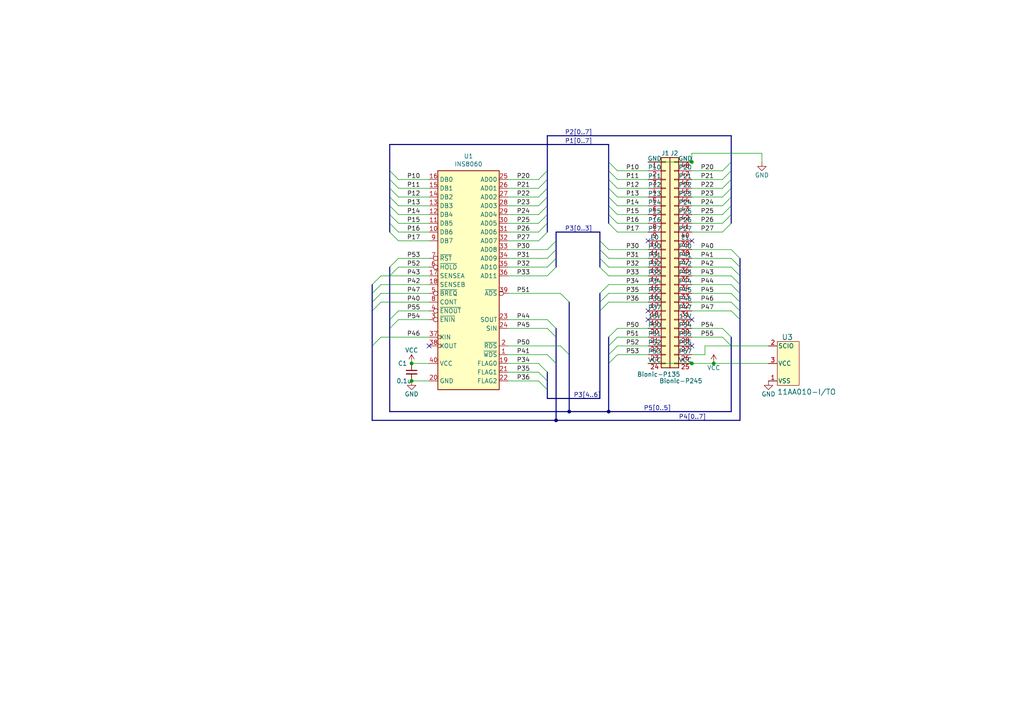
<source format=kicad_sch>
(kicad_sch (version 20230121) (generator eeschema)
  (paper "A4")
  (title_block (title "BionicINS8060") (date "2024-03-08") (rev "4") (company "Tadashi G. Takaoka"))
  (lib_symbols
    (symbol "0-LocalLibrary:11AA010-I_TO" (pin_names (offset 0.254))
      (property "Reference" "U" (at 2.54 1.27 0))
      (property "Value" "11AA010-I/TO" (at 3.81 -13.97 0))
      (symbol "11AA010-I_TO_1_1"
        (rectangle (start 0 0) (end 6.35 -12.7) (fill (type background)))
        (pin power_in line (at -2.54 -11.43 0) (length 2.54) (name "VSS") (number "1"))
        (pin bidirectional line (at -2.54 -1.27 0) (length 2.54) (name "SCIO") (number "2"))
        (pin power_in line (at -2.54 -6.35 0) (length 2.54) (name "VCC") (number "3"))
      )
    )
    (symbol "0-LocalLibrary:Bionic-P135" (pin_names (offset 0))
      (property "Reference" "J" (at 0 30.48 0))
      (property "Value" "Bionic-P135" (at -1.27 -33.02 0))
      (symbol "Bionic-P135_1_1"
        (rectangle (start -1.27 -30.353) (end 0 -30.607) (stroke (width 0.1524)))
        (rectangle (start -1.27 -27.813) (end 0 -28.067) (stroke (width 0.1524)))
        (rectangle (start -1.27 -25.273) (end 0 -25.527) (stroke (width 0.1524)))
        (rectangle (start -1.27 -22.733) (end 0 -22.987) (stroke (width 0.1524)))
        (rectangle (start -1.27 -20.193) (end 0 -20.447) (stroke (width 0.1524)))
        (rectangle (start -1.27 -17.653) (end 0 -17.907) (stroke (width 0.1524)))
        (rectangle (start -1.27 -15.113) (end 0 -15.367) (stroke (width 0.1524)))
        (rectangle (start -1.27 -12.573) (end 0 -12.827) (stroke (width 0.1524)))
        (rectangle (start -1.27 -10.033) (end 0 -10.287) (stroke (width 0.1524)))
        (rectangle (start -1.27 -7.493) (end 0 -7.747) (stroke (width 0.1524)))
        (rectangle (start -1.27 -4.953) (end 0 -5.207) (stroke (width 0.1524)))
        (rectangle (start -1.27 -2.413) (end 0 -2.667) (stroke (width 0.1524)))
        (rectangle (start -1.27 0.127) (end 0 -0.127) (stroke (width 0.1524)))
        (rectangle (start -1.27 2.667) (end 0 2.413) (stroke (width 0.1524)))
        (rectangle (start -1.27 5.207) (end 0 4.953) (stroke (width 0.1524)))
        (rectangle (start -1.27 7.747) (end 0 7.493) (stroke (width 0.1524)))
        (rectangle (start -1.27 10.287) (end 0 10.033) (stroke (width 0.1524)))
        (rectangle (start -1.27 12.827) (end 0 12.573) (stroke (width 0.1524)))
        (rectangle (start -1.27 15.367) (end 0 15.113) (stroke (width 0.1524)))
        (rectangle (start -1.27 17.907) (end 0 17.653) (stroke (width 0.1524)))
        (rectangle (start -1.27 20.447) (end 0 20.193) (stroke (width 0.1524)))
        (rectangle (start -1.27 22.987) (end 0 22.733) (stroke (width 0.1524)))
        (rectangle (start -1.27 25.527) (end 0 25.273) (stroke (width 0.1524)))
        (rectangle (start -1.27 28.067) (end 0 27.813) (stroke (width 0.1524)))
        (rectangle (start -1.27 29.21) (end 1.27 -31.75) (stroke (width 0.254)) (fill (type background)))
        (pin power_out line (at -5.08 27.94 0) (length 3.81) (name "GND") (number "1"))
        (pin bidirectional line (at -5.08 5.08 0) (length 3.81) (name "E0") (number "10"))
        (pin bidirectional line (at -5.08 2.54 0) (length 3.81) (name "P30") (number "11"))
        (pin bidirectional line (at -5.08 0 0) (length 3.81) (name "P31") (number "12"))
        (pin bidirectional line (at -5.08 -2.54 0) (length 3.81) (name "P32") (number "13"))
        (pin bidirectional line (at -5.08 -5.08 0) (length 3.81) (name "P33") (number "14"))
        (pin bidirectional line (at -5.08 -7.62 0) (length 3.81) (name "P34") (number "15"))
        (pin bidirectional line (at -5.08 -10.16 0) (length 3.81) (name "P35") (number "16"))
        (pin bidirectional line (at -5.08 -12.7 0) (length 3.81) (name "P36") (number "17"))
        (pin bidirectional line (at -5.08 -15.24 0) (length 3.81) (name "P37") (number "18"))
        (pin power_out line (at -5.08 -17.78 0) (length 3.81) (name "15V") (number "19"))
        (pin bidirectional line (at -5.08 25.4 0) (length 3.81) (name "P10") (number "2"))
        (pin bidirectional line (at -5.08 -20.32 0) (length 3.81) (name "P50") (number "20"))
        (pin bidirectional line (at -5.08 -22.86 0) (length 3.81) (name "P51") (number "21"))
        (pin bidirectional line (at -5.08 -25.4 0) (length 3.81) (name "P52") (number "22"))
        (pin bidirectional line (at -5.08 -27.94 0) (length 3.81) (name "P53") (number "23"))
        (pin power_out line (at -5.08 -30.48 0) (length 3.81) (name "VCC") (number "24"))
        (pin bidirectional line (at -5.08 22.86 0) (length 3.81) (name "P11") (number "3"))
        (pin bidirectional line (at -5.08 20.32 0) (length 3.81) (name "P12") (number "4"))
        (pin bidirectional line (at -5.08 17.78 0) (length 3.81) (name "P13") (number "5"))
        (pin bidirectional line (at -5.08 15.24 0) (length 3.81) (name "P14") (number "6"))
        (pin bidirectional line (at -5.08 12.7 0) (length 3.81) (name "P15") (number "7"))
        (pin bidirectional line (at -5.08 10.16 0) (length 3.81) (name "P16") (number "8"))
        (pin bidirectional line (at -5.08 7.62 0) (length 3.81) (name "P17") (number "9"))
      )
    )
    (symbol "0-LocalLibrary:Bionic-P245" (pin_names (offset 0))
      (property "Reference" "J" (at -3.81 30.48 0))
      (property "Value" "Bionic-P245" (at -1.27 -33.02 0))
      (symbol "Bionic-P245_1_1"
        (rectangle (start -5.08 -31.75) (end -2.54 29.21) (stroke (width 0.254)) (fill (type background)))
        (rectangle (start -3.81 -30.607) (end -2.54 -30.353) (stroke (width 0.1524)))
        (rectangle (start -3.81 -28.067) (end -2.54 -27.813) (stroke (width 0.1524)))
        (rectangle (start -3.81 -25.527) (end -2.54 -25.273) (stroke (width 0.1524)))
        (rectangle (start -3.81 -22.987) (end -2.54 -22.733) (stroke (width 0.1524)))
        (rectangle (start -3.81 -20.447) (end -2.54 -20.193) (stroke (width 0.1524)))
        (rectangle (start -3.81 -17.907) (end -2.54 -17.653) (stroke (width 0.1524)))
        (rectangle (start -3.81 -15.367) (end -2.54 -15.113) (stroke (width 0.1524)))
        (rectangle (start -3.81 -12.827) (end -2.54 -12.573) (stroke (width 0.1524)))
        (rectangle (start -3.81 -10.287) (end -2.54 -10.033) (stroke (width 0.1524)))
        (rectangle (start -3.81 -7.747) (end -2.54 -7.493) (stroke (width 0.1524)))
        (rectangle (start -3.81 -5.207) (end -2.54 -4.953) (stroke (width 0.1524)))
        (rectangle (start -3.81 -2.667) (end -2.54 -2.413) (stroke (width 0.1524)))
        (rectangle (start -3.81 -0.127) (end -2.54 0.127) (stroke (width 0.1524)))
        (rectangle (start -3.81 2.413) (end -2.54 2.667) (stroke (width 0.1524)))
        (rectangle (start -3.81 4.953) (end -2.54 5.207) (stroke (width 0.1524)))
        (rectangle (start -3.81 7.493) (end -2.54 7.747) (stroke (width 0.1524)))
        (rectangle (start -3.81 10.033) (end -2.54 10.287) (stroke (width 0.1524)))
        (rectangle (start -3.81 12.573) (end -2.54 12.827) (stroke (width 0.1524)))
        (rectangle (start -3.81 15.113) (end -2.54 15.367) (stroke (width 0.1524)))
        (rectangle (start -3.81 17.653) (end -2.54 17.907) (stroke (width 0.1524)))
        (rectangle (start -3.81 20.193) (end -2.54 20.447) (stroke (width 0.1524)))
        (rectangle (start -3.81 22.733) (end -2.54 22.987) (stroke (width 0.1524)))
        (rectangle (start -3.81 25.273) (end -2.54 25.527) (stroke (width 0.1524)))
        (rectangle (start -3.81 27.813) (end -2.54 28.067) (stroke (width 0.1524)))
        (pin power_in line (at 1.27 -30.48 180) (length 3.81) (name "VCC") (number "25"))
        (pin bidirectional line (at 1.27 -27.94 180) (length 3.81) (name "P57") (number "26"))
        (pin bidirectional line (at 1.27 -25.4 180) (length 3.81) (name "P56") (number "27"))
        (pin bidirectional line (at 1.27 -22.86 180) (length 3.81) (name "P55") (number "28"))
        (pin bidirectional line (at 1.27 -20.32 180) (length 3.81) (name "P54") (number "29"))
        (pin power_in line (at 1.27 -17.78 180) (length 3.81) (name "15V") (number "30"))
        (pin bidirectional line (at 1.27 -15.24 180) (length 3.81) (name "P47") (number "31"))
        (pin bidirectional line (at 1.27 -12.7 180) (length 3.81) (name "P46") (number "32"))
        (pin bidirectional line (at 1.27 -10.16 180) (length 3.81) (name "P45") (number "33"))
        (pin bidirectional line (at 1.27 -7.62 180) (length 3.81) (name "P44") (number "34"))
        (pin bidirectional line (at 1.27 -5.08 180) (length 3.81) (name "P43") (number "35"))
        (pin bidirectional line (at 1.27 -2.54 180) (length 3.81) (name "P42") (number "36"))
        (pin bidirectional line (at 1.27 0 180) (length 3.81) (name "P41") (number "37"))
        (pin bidirectional line (at 1.27 2.54 180) (length 3.81) (name "P40") (number "38"))
        (pin bidirectional line (at 1.27 5.08 180) (length 3.81) (name "E1") (number "39"))
        (pin bidirectional line (at 1.27 7.62 180) (length 3.81) (name "P27") (number "40"))
        (pin bidirectional line (at 1.27 10.16 180) (length 3.81) (name "P26") (number "41"))
        (pin bidirectional line (at 1.27 12.7 180) (length 3.81) (name "P25") (number "42"))
        (pin bidirectional line (at 1.27 15.24 180) (length 3.81) (name "P24") (number "43"))
        (pin bidirectional line (at 1.27 17.78 180) (length 3.81) (name "P23") (number "44"))
        (pin bidirectional line (at 1.27 20.32 180) (length 3.81) (name "P22") (number "45"))
        (pin bidirectional line (at 1.27 22.86 180) (length 3.81) (name "P21") (number "46"))
        (pin bidirectional line (at 1.27 25.4 180) (length 3.81) (name "P20") (number "47"))
        (pin power_in line (at 1.27 27.94 180) (length 3.81) (name "GND") (number "48"))
      )
    )
    (symbol "0-LocalLibrary:INS8060"
      (property "Reference" "U" (at -1.27 31.75 0))
      (property "Value" "INS8060" (at 0 -3.81 90))
      (symbol "INS8060_0_1"
        (rectangle (start -8.89 -33.02) (end 8.89 30.48) (stroke (width 0.254)) (fill (type background)))
      )
      (symbol "INS8060_1_1"
        (pin output line (at 11.43 -22.86 180) (length 2.54) (name "~{WDS}") (number "1"))
        (pin bidirectional line (at -11.43 12.7 0) (length 2.54) (name "DB6") (number "10"))
        (pin bidirectional line (at -11.43 15.24 0) (length 2.54) (name "DB5") (number "11"))
        (pin bidirectional line (at -11.43 17.78 0) (length 2.54) (name "DB4") (number "12"))
        (pin bidirectional line (at -11.43 20.32 0) (length 2.54) (name "DB3") (number "13"))
        (pin bidirectional line (at -11.43 22.86 0) (length 2.54) (name "DB2") (number "14"))
        (pin bidirectional line (at -11.43 25.4 0) (length 2.54) (name "DB1") (number "15"))
        (pin bidirectional line (at -11.43 27.94 0) (length 2.54) (name "DB0") (number "16"))
        (pin input line (at -11.43 0 0) (length 2.54) (name "SENSEA") (number "17"))
        (pin input line (at -11.43 -2.54 0) (length 2.54) (name "SENSEB") (number "18"))
        (pin output line (at 11.43 -25.4 180) (length 2.54) (name "FLAG0") (number "19"))
        (pin output line (at 11.43 -20.32 180) (length 2.54) (name "~{RDS}") (number "2"))
        (pin power_in line (at -11.43 -30.48 0) (length 2.54) (name "GND") (number "20"))
        (pin output line (at 11.43 -27.94 180) (length 2.54) (name "FLAG1") (number "21"))
        (pin output line (at 11.43 -30.48 180) (length 2.54) (name "FLAG2") (number "22"))
        (pin output line (at 11.43 -12.7 180) (length 2.54) (name "SOUT") (number "23"))
        (pin input line (at 11.43 -15.24 180) (length 2.54) (name "SIN") (number "24"))
        (pin output line (at 11.43 27.94 180) (length 2.54) (name "AD00") (number "25"))
        (pin output line (at 11.43 25.4 180) (length 2.54) (name "AD01") (number "26"))
        (pin output line (at 11.43 22.86 180) (length 2.54) (name "AD02") (number "27"))
        (pin output line (at 11.43 20.32 180) (length 2.54) (name "AD03") (number "28"))
        (pin output line (at 11.43 17.78 180) (length 2.54) (name "AD04") (number "29"))
        (pin input inverted (at -11.43 -12.7 0) (length 2.54) (name "~{ENIN}") (number "3"))
        (pin output line (at 11.43 15.24 180) (length 2.54) (name "AD05") (number "30"))
        (pin output line (at 11.43 12.7 180) (length 2.54) (name "AD06") (number "31"))
        (pin output line (at 11.43 10.16 180) (length 2.54) (name "AD07") (number "32"))
        (pin output line (at 11.43 7.62 180) (length 2.54) (name "AD08") (number "33"))
        (pin output line (at 11.43 5.08 180) (length 2.54) (name "AD09") (number "34"))
        (pin output line (at 11.43 2.54 180) (length 2.54) (name "AD10") (number "35"))
        (pin output line (at 11.43 0 180) (length 2.54) (name "AD11") (number "36"))
        (pin input clock (at -11.43 -17.78 0) (length 2.54) (name "XIN") (number "37"))
        (pin output clock (at -11.43 -20.32 0) (length 2.54) (name "XOUT") (number "38"))
        (pin output inverted (at 11.43 -5.08 180) (length 2.54) (name "~{ADS}") (number "39"))
        (pin output inverted (at -11.43 -10.16 0) (length 2.54) (name "~{ENOUT}") (number "4"))
        (pin power_in line (at -11.43 -25.4 0) (length 2.54) (name "VCC") (number "40"))
        (pin input inverted (at -11.43 -5.08 0) (length 2.54) (name "~{BREQ}") (number "5"))
        (pin input inverted (at -11.43 2.54 0) (length 2.54) (name "~{HOLD}") (number "6"))
        (pin input inverted (at -11.43 5.08 0) (length 2.54) (name "~{RST}") (number "7"))
        (pin input line (at -11.43 -7.62 0) (length 2.54) (name "CONT") (number "8"))
        (pin bidirectional line (at -11.43 10.16 0) (length 2.54) (name "DB7") (number "9"))
      )
    )
    (symbol "Device:C_Small" (pin_numbers hide) (pin_names (offset 0.254) hide)
      (property "Reference" "C" (at 0.254 1.778 0))
      (property "Value" "C_Small" (at 0.254 -2.032 0))
      (symbol "C_Small_0_1"
        (polyline (pts (xy -1.524 -0.508) (xy 1.524 -0.508)) (stroke (width 0.3302)))
        (polyline (pts (xy -1.524 0.508) (xy 1.524 0.508)) (stroke (width 0.3048)))
      )
      (symbol "C_Small_1_1"
        (pin passive line (at 0 2.54 270) (length 2.032) (name "~") (number "1"))
        (pin passive line (at 0 -2.54 90) (length 2.032) (name "~") (number "2"))
      )
    )
    (symbol "GND_1" (power) (pin_names (offset 0))
      (property "Value" "GND_1" (at 0 -3.81 0))
      (symbol "GND_1_0_1"
        (polyline (pts (xy 0 0) (xy 0 -1.27) (xy 1.27 -1.27) (xy 0 -2.54) (xy -1.27 -1.27) (xy 0 -1.27)))
      )
      (symbol "GND_1_1_1"
        (pin power_in line (at 0 0 270) (length 0) hide (name "GND") (number "1"))
      )
    )
    (symbol "VCC_1" (power) (pin_names (offset 0))
      (property "Value" "VCC_1" (at 0 3.81 0))
      (symbol "VCC_1_0_1"
        (polyline (pts (xy -0.762 1.27) (xy 0 2.54)))
        (polyline (pts (xy 0 0) (xy 0 2.54)))
        (polyline (pts (xy 0 2.54) (xy 0.762 1.27)))
      )
      (symbol "VCC_1_1_1"
        (pin power_in line (at 0 0 90) (length 0) hide (name "VCC") (number "1"))
      )
    )
  )
  (junction (at 176.53 119.38))
  (junction (at 119.38 110.49))
  (junction (at 207.01 105.41))
  (junction (at 119.38 105.41))
  (junction (at 161.29 121.92))
  (junction (at 200.66 46.99))
  (junction (at 200.66 105.41))
  (junction (at 165.1 119.38))
  (no_connect (at 200.66 92.71))
  (no_connect (at 124.46 100.33))
  (no_connect (at 187.96 69.85))
  (no_connect (at 187.96 90.17))
  (no_connect (at 200.66 69.85))
  (no_connect (at 187.96 92.71))
  (no_connect (at 200.66 100.33))
  (bus_entry (at 176.53 100.33) (size 2.54 -2.54))
  (bus_entry (at 179.07 52.07) (size -2.54 -2.54))
  (bus_entry (at 209.55 97.79) (size 2.54 2.54))
  (bus_entry (at 212.09 49.53) (size -2.54 2.54))
  (bus_entry (at 212.09 54.61) (size -2.54 2.54))
  (bus_entry (at 113.03 80.01) (size 2.54 -2.54))
  (bus_entry (at 173.99 69.85) (size 2.54 2.54))
  (bus_entry (at 113.03 59.69) (size 2.54 2.54))
  (bus_entry (at 158.75 62.23) (size -2.54 2.54))
  (bus_entry (at 107.95 85.09) (size 2.54 -2.54))
  (bus_entry (at 179.07 49.53) (size -2.54 -2.54))
  (bus_entry (at 158.75 64.77) (size -2.54 2.54))
  (bus_entry (at 179.07 64.77) (size -2.54 -2.54))
  (bus_entry (at 113.03 62.23) (size 2.54 2.54))
  (bus_entry (at 158.75 49.53) (size -2.54 2.54))
  (bus_entry (at 156.21 105.41) (size 2.54 2.54))
  (bus_entry (at 179.07 54.61) (size -2.54 -2.54))
  (bus_entry (at 212.09 72.39) (size 2.54 2.54))
  (bus_entry (at 173.99 90.17) (size 2.54 -2.54))
  (bus_entry (at 113.03 67.31) (size 2.54 2.54))
  (bus_entry (at 113.03 77.47) (size 2.54 -2.54))
  (bus_entry (at 158.75 52.07) (size -2.54 2.54))
  (bus_entry (at 173.99 77.47) (size 2.54 2.54))
  (bus_entry (at 165.1 102.87) (size -2.54 -2.54))
  (bus_entry (at 212.09 80.01) (size 2.54 2.54))
  (bus_entry (at 173.99 72.39) (size 2.54 2.54))
  (bus_entry (at 173.99 85.09) (size 2.54 -2.54))
  (bus_entry (at 161.29 95.25) (size -2.54 -2.54))
  (bus_entry (at 212.09 82.55) (size 2.54 2.54))
  (bus_entry (at 158.75 57.15) (size -2.54 2.54))
  (bus_entry (at 165.1 87.63) (size -2.54 -2.54))
  (bus_entry (at 110.49 97.79) (size -2.54 2.54))
  (bus_entry (at 161.29 105.41) (size -2.54 -2.54))
  (bus_entry (at 176.53 97.79) (size 2.54 -2.54))
  (bus_entry (at 209.55 95.25) (size 2.54 2.54))
  (bus_entry (at 212.09 52.07) (size -2.54 2.54))
  (bus_entry (at 212.09 59.69) (size -2.54 2.54))
  (bus_entry (at 107.95 82.55) (size 2.54 -2.54))
  (bus_entry (at 113.03 95.25) (size 2.54 -2.54))
  (bus_entry (at 179.07 102.87) (size -2.54 2.54))
  (bus_entry (at 113.03 57.15) (size 2.54 2.54))
  (bus_entry (at 156.21 107.95) (size 2.54 2.54))
  (bus_entry (at 212.09 64.77) (size -2.54 2.54))
  (bus_entry (at 107.95 90.17) (size 2.54 -2.54))
  (bus_entry (at 156.21 110.49) (size 2.54 2.54))
  (bus_entry (at 161.29 69.85) (size -2.54 2.54))
  (bus_entry (at 158.75 54.61) (size -2.54 2.54))
  (bus_entry (at 179.07 57.15) (size -2.54 -2.54))
  (bus_entry (at 179.07 62.23) (size -2.54 -2.54))
  (bus_entry (at 212.09 62.23) (size -2.54 2.54))
  (bus_entry (at 113.03 52.07) (size 2.54 2.54))
  (bus_entry (at 113.03 64.77) (size 2.54 2.54))
  (bus_entry (at 113.03 49.53) (size 2.54 2.54))
  (bus_entry (at 212.09 57.15) (size -2.54 2.54))
  (bus_entry (at 158.75 67.31) (size -2.54 2.54))
  (bus_entry (at 212.09 85.09) (size 2.54 2.54))
  (bus_entry (at 173.99 87.63) (size 2.54 -2.54))
  (bus_entry (at 179.07 67.31) (size -2.54 -2.54))
  (bus_entry (at 212.09 87.63) (size 2.54 2.54))
  (bus_entry (at 161.29 72.39) (size -2.54 2.54))
  (bus_entry (at 158.75 59.69) (size -2.54 2.54))
  (bus_entry (at 179.07 59.69) (size -2.54 -2.54))
  (bus_entry (at 161.29 77.47) (size -2.54 2.54))
  (bus_entry (at 113.03 92.71) (size 2.54 -2.54))
  (bus_entry (at 212.09 74.93) (size 2.54 2.54))
  (bus_entry (at 161.29 97.79) (size -2.54 -2.54))
  (bus_entry (at 212.09 46.99) (size -2.54 2.54))
  (bus_entry (at 107.95 87.63) (size 2.54 -2.54))
  (bus_entry (at 113.03 54.61) (size 2.54 2.54))
  (bus_entry (at 212.09 77.47) (size 2.54 2.54))
  (bus_entry (at 176.53 102.87) (size 2.54 -2.54))
  (bus_entry (at 173.99 74.93) (size 2.54 2.54))
  (bus_entry (at 161.29 74.93) (size -2.54 2.54))
  (bus_entry (at 212.09 90.17) (size 2.54 2.54))
  (bus (pts (xy 107.95 87.63) (xy 107.95 90.17)))
  (bus (pts (xy 212.09 54.61) (xy 212.09 57.15)))
  (bus (pts (xy 113.03 119.38) (xy 165.1 119.38)))
  (wire (pts (xy 147.32 95.25) (xy 158.75 95.25)))
  (wire (pts (xy 147.32 64.77) (xy 156.21 64.77)))
  (wire (pts (xy 110.49 97.79) (xy 124.46 97.79)))
  (bus (pts (xy 161.29 69.85) (xy 161.29 67.31)))
  (bus (pts (xy 158.75 59.69) (xy 158.75 62.23)))
  (bus (pts (xy 214.63 74.93) (xy 214.63 77.47)))
  (bus (pts (xy 113.03 41.91) (xy 113.03 49.53)))
  (wire (pts (xy 147.32 105.41) (xy 156.21 105.41)))
  (bus (pts (xy 214.63 85.09) (xy 214.63 87.63)))
  (wire (pts (xy 147.32 69.85) (xy 156.21 69.85)))
  (bus (pts (xy 214.63 121.92) (xy 161.29 121.92)))
  (bus (pts (xy 158.75 62.23) (xy 158.75 64.77)))
  (wire (pts (xy 200.66 52.07) (xy 209.55 52.07)))
  (bus (pts (xy 161.29 67.31) (xy 173.99 67.31)))
  (bus (pts (xy 173.99 69.85) (xy 173.99 72.39)))
  (wire (pts (xy 187.96 54.61) (xy 179.07 54.61)))
  (bus (pts (xy 158.75 52.07) (xy 158.75 54.61)))
  (wire (pts (xy 187.96 57.15) (xy 179.07 57.15)))
  (wire (pts (xy 115.57 69.85) (xy 124.46 69.85)))
  (wire (pts (xy 212.09 100.33) (xy 222.885 100.33)))
  (bus (pts (xy 173.99 72.39) (xy 173.99 74.93)))
  (wire (pts (xy 200.66 44.45) (xy 200.66 46.99)))
  (bus (pts (xy 113.03 59.69) (xy 113.03 62.23)))
  (wire (pts (xy 220.98 44.45) (xy 220.98 46.99)))
  (wire (pts (xy 187.96 46.99) (xy 200.66 46.99)))
  (wire (pts (xy 147.32 52.07) (xy 156.21 52.07)))
  (wire (pts (xy 200.66 85.09) (xy 212.09 85.09)))
  (bus (pts (xy 158.75 54.61) (xy 158.75 57.15)))
  (wire (pts (xy 115.57 62.23) (xy 124.46 62.23)))
  (bus (pts (xy 176.53 49.53) (xy 176.53 52.07)))
  (bus (pts (xy 107.95 100.33) (xy 107.95 121.92)))
  (wire (pts (xy 115.57 90.17) (xy 124.46 90.17)))
  (wire (pts (xy 110.49 80.01) (xy 113.03 80.01)))
  (wire (pts (xy 110.49 82.55) (xy 124.46 82.55)))
  (wire (pts (xy 147.32 67.31) (xy 156.21 67.31)))
  (wire (pts (xy 200.66 82.55) (xy 212.09 82.55)))
  (bus (pts (xy 113.03 77.47) (xy 113.03 80.01)))
  (wire (pts (xy 147.32 85.09) (xy 162.56 85.09)))
  (wire (pts (xy 119.38 110.49) (xy 124.46 110.49)))
  (bus (pts (xy 113.03 95.25) (xy 113.03 119.38)))
  (wire (pts (xy 200.66 67.31) (xy 209.55 67.31)))
  (bus (pts (xy 214.63 82.55) (xy 214.63 85.09)))
  (wire (pts (xy 212.09 100.33) (xy 204.47 100.33)))
  (bus (pts (xy 176.53 46.99) (xy 176.53 49.53)))
  (bus (pts (xy 161.29 97.79) (xy 161.29 105.41)))
  (wire (pts (xy 200.66 59.69) (xy 209.55 59.69)))
  (bus (pts (xy 176.53 119.38) (xy 212.09 119.38)))
  (wire (pts (xy 110.49 85.09) (xy 124.46 85.09)))
  (bus (pts (xy 113.03 41.91) (xy 176.53 41.91)))
  (wire (pts (xy 147.32 102.87) (xy 158.75 102.87)))
  (wire (pts (xy 200.66 44.45) (xy 220.98 44.45)))
  (wire (pts (xy 187.96 95.25) (xy 179.07 95.25)))
  (bus (pts (xy 176.53 41.91) (xy 176.53 46.99)))
  (wire (pts (xy 187.96 62.23) (xy 179.07 62.23)))
  (bus (pts (xy 113.03 64.77) (xy 113.03 67.31)))
  (bus (pts (xy 212.09 52.07) (xy 212.09 54.61)))
  (bus (pts (xy 113.03 92.71) (xy 113.03 95.25)))
  (bus (pts (xy 113.03 54.61) (xy 113.03 57.15)))
  (wire (pts (xy 187.96 64.77) (xy 179.07 64.77)))
  (bus (pts (xy 176.53 97.79) (xy 176.53 100.33)))
  (bus (pts (xy 161.29 72.39) (xy 161.29 69.85)))
  (bus (pts (xy 214.63 87.63) (xy 214.63 90.17)))
  (bus (pts (xy 158.75 113.03) (xy 158.75 115.57)))
  (wire (pts (xy 110.49 87.63) (xy 124.46 87.63)))
  (bus (pts (xy 214.63 92.71) (xy 214.63 121.92)))
  (wire (pts (xy 187.96 85.09) (xy 176.53 85.09)))
  (bus (pts (xy 158.75 64.77) (xy 158.75 67.31)))
  (wire (pts (xy 187.96 100.33) (xy 179.07 100.33)))
  (wire (pts (xy 207.01 105.41) (xy 222.885 105.41)))
  (bus (pts (xy 212.09 57.15) (xy 212.09 59.69)))
  (bus (pts (xy 161.29 74.93) (xy 161.29 72.39)))
  (wire (pts (xy 200.66 64.77) (xy 209.55 64.77)))
  (bus (pts (xy 176.53 100.33) (xy 176.53 102.87)))
  (wire (pts (xy 187.96 87.63) (xy 176.53 87.63)))
  (bus (pts (xy 158.75 110.49) (xy 158.75 113.03)))
  (bus (pts (xy 212.09 100.33) (xy 212.09 119.38)))
  (wire (pts (xy 200.66 80.01) (xy 212.09 80.01)))
  (wire (pts (xy 147.32 100.33) (xy 162.56 100.33)))
  (bus (pts (xy 212.09 59.69) (xy 212.09 62.23)))
  (wire (pts (xy 176.53 80.01) (xy 187.96 80.01)))
  (bus (pts (xy 165.1 119.38) (xy 176.53 119.38)))
  (wire (pts (xy 179.07 102.87) (xy 187.96 102.87)))
  (wire (pts (xy 200.66 62.23) (xy 209.55 62.23)))
  (wire (pts (xy 200.66 74.93) (xy 212.09 74.93)))
  (wire (pts (xy 200.66 97.79) (xy 209.55 97.79)))
  (bus (pts (xy 173.99 90.17) (xy 173.99 115.57)))
  (bus (pts (xy 173.99 85.09) (xy 173.99 87.63)))
  (bus (pts (xy 158.75 57.15) (xy 158.75 59.69)))
  (wire (pts (xy 115.57 77.47) (xy 124.46 77.47)))
  (bus (pts (xy 161.29 121.92) (xy 107.95 121.92)))
  (bus (pts (xy 176.53 102.87) (xy 176.53 105.41)))
  (bus (pts (xy 212.09 39.37) (xy 212.09 46.99)))
  (wire (pts (xy 187.96 52.07) (xy 179.07 52.07)))
  (bus (pts (xy 161.29 95.25) (xy 161.29 97.79)))
  (wire (pts (xy 187.96 67.31) (xy 179.07 67.31)))
  (bus (pts (xy 113.03 57.15) (xy 113.03 59.69)))
  (wire (pts (xy 115.57 74.93) (xy 124.46 74.93)))
  (wire (pts (xy 119.38 105.41) (xy 124.46 105.41)))
  (wire (pts (xy 147.32 77.47) (xy 158.75 77.47)))
  (wire (pts (xy 147.32 54.61) (xy 156.21 54.61)))
  (wire (pts (xy 147.32 59.69) (xy 156.21 59.69)))
  (bus (pts (xy 176.53 54.61) (xy 176.53 57.15)))
  (bus (pts (xy 176.53 52.07) (xy 176.53 54.61)))
  (bus (pts (xy 173.99 87.63) (xy 173.99 90.17)))
  (wire (pts (xy 176.53 72.39) (xy 187.96 72.39)))
  (wire (pts (xy 115.57 67.31) (xy 124.46 67.31)))
  (bus (pts (xy 107.95 90.17) (xy 107.95 100.33)))
  (wire (pts (xy 200.66 90.17) (xy 212.09 90.17)))
  (bus (pts (xy 173.99 115.57) (xy 158.75 115.57)))
  (bus (pts (xy 161.29 105.41) (xy 161.29 121.92)))
  (wire (pts (xy 147.32 80.01) (xy 158.75 80.01)))
  (wire (pts (xy 147.32 57.15) (xy 156.21 57.15)))
  (bus (pts (xy 173.99 74.93) (xy 173.99 77.47)))
  (wire (pts (xy 147.32 107.95) (xy 156.21 107.95)))
  (wire (pts (xy 147.32 110.49) (xy 156.21 110.49)))
  (bus (pts (xy 161.29 77.47) (xy 161.29 74.93)))
  (bus (pts (xy 212.09 62.23) (xy 212.09 64.77)))
  (bus (pts (xy 176.53 105.41) (xy 176.53 119.38)))
  (wire (pts (xy 200.66 87.63) (xy 212.09 87.63)))
  (wire (pts (xy 187.96 97.79) (xy 179.07 97.79)))
  (wire (pts (xy 115.57 64.77) (xy 124.46 64.77)))
  (bus (pts (xy 176.53 57.15) (xy 176.53 59.69)))
  (bus (pts (xy 214.63 77.47) (xy 214.63 80.01)))
  (wire (pts (xy 176.53 82.55) (xy 187.96 82.55)))
  (wire (pts (xy 200.66 72.39) (xy 212.09 72.39)))
  (wire (pts (xy 115.57 92.71) (xy 124.46 92.71)))
  (bus (pts (xy 214.63 80.01) (xy 214.63 82.55)))
  (wire (pts (xy 176.53 77.47) (xy 187.96 77.47)))
  (bus (pts (xy 107.95 85.09) (xy 107.95 87.63)))
  (bus (pts (xy 113.03 52.07) (xy 113.03 54.61)))
  (bus (pts (xy 113.03 62.23) (xy 113.03 64.77)))
  (bus (pts (xy 214.63 90.17) (xy 214.63 92.71)))
  (bus (pts (xy 113.03 49.53) (xy 113.03 52.07)))
  (wire (pts (xy 200.66 57.15) (xy 209.55 57.15)))
  (bus (pts (xy 173.99 67.31) (xy 173.99 69.85)))
  (bus (pts (xy 212.09 97.79) (xy 212.09 100.33)))
  (wire (pts (xy 147.32 92.71) (xy 158.75 92.71)))
  (wire (pts (xy 147.32 74.93) (xy 158.75 74.93)))
  (wire (pts (xy 204.47 100.33) (xy 204.47 102.87)))
  (wire (pts (xy 113.03 80.01) (xy 124.46 80.01)))
  (wire (pts (xy 200.66 54.61) (xy 209.55 54.61)))
  (wire (pts (xy 176.53 74.93) (xy 187.96 74.93)))
  (wire (pts (xy 115.57 59.69) (xy 124.46 59.69)))
  (wire (pts (xy 187.96 59.69) (xy 179.07 59.69)))
  (bus (pts (xy 158.75 107.95) (xy 158.75 110.49)))
  (wire (pts (xy 200.66 77.47) (xy 212.09 77.47)))
  (wire (pts (xy 187.96 49.53) (xy 179.07 49.53)))
  (bus (pts (xy 165.1 102.87) (xy 165.1 119.38)))
  (bus (pts (xy 165.1 87.63) (xy 165.1 102.87)))
  (bus (pts (xy 212.09 49.53) (xy 212.09 52.07)))
  (wire (pts (xy 147.32 72.39) (xy 158.75 72.39)))
  (bus (pts (xy 158.75 39.37) (xy 158.75 49.53)))
  (bus (pts (xy 113.03 80.01) (xy 113.03 92.71)))
  (bus (pts (xy 212.09 46.99) (xy 212.09 49.53)))
  (bus (pts (xy 176.53 59.69) (xy 176.53 62.23)))
  (bus (pts (xy 158.75 39.37) (xy 212.09 39.37)))
  (wire (pts (xy 115.57 57.15) (xy 124.46 57.15)))
  (bus (pts (xy 176.53 62.23) (xy 176.53 64.77)))
  (bus (pts (xy 107.95 82.55) (xy 107.95 85.09)))
  (wire (pts (xy 200.66 49.53) (xy 209.55 49.53)))
  (wire (pts (xy 187.96 105.41) (xy 200.66 105.41)))
  (wire (pts (xy 200.66 95.25) (xy 209.55 95.25)))
  (wire (pts (xy 147.32 62.23) (xy 156.21 62.23)))
  (wire (pts (xy 200.66 105.41) (xy 207.01 105.41)))
  (bus (pts (xy 158.75 49.53) (xy 158.75 52.07)))
  (wire (pts (xy 115.57 54.61) (xy 124.46 54.61)))
  (wire (pts (xy 115.57 52.07) (xy 124.46 52.07)))
  (wire (pts (xy 204.47 102.87) (xy 200.66 102.87)))
  (label "P43" (at 203.2 80.01 0))
  (label "P17" (at 185.42 67.31 180))
  (label "P24" (at 149.86 62.23 0))
  (label "P40" (at 203.2 72.39 0))
  (label "P35" (at 149.86 107.95 0))
  (label "P13" (at 121.92 59.69 180))
  (label "P54" (at 203.2 95.25 0))
  (label "P1[0..7]" (at 163.83 41.91 0))
  (label "P53" (at 185.42 102.87 180))
  (label "P32" (at 185.42 77.47 180))
  (label "P10" (at 121.92 52.07 180))
  (label "P12" (at 185.42 54.61 180))
  (label "P27" (at 149.86 69.85 0))
  (label "P55" (at 203.2 97.79 0))
  (label "P23" (at 203.2 57.15 0))
  (label "P31" (at 185.42 74.93 180))
  (label "P44" (at 149.86 92.71 0))
  (label "P20" (at 203.2 49.53 0))
  (label "P15" (at 185.42 62.23 180))
  (label "P50" (at 149.86 100.33 0))
  (label "P3[4..6]" (at 166.37 115.57 0))
  (label "P14" (at 121.92 62.23 180))
  (label "P40" (at 121.92 87.63 180))
  (label "P14" (at 185.42 59.69 180))
  (label "P46" (at 203.2 87.63 0))
  (label "P42" (at 121.92 82.55 180))
  (label "P26" (at 149.86 67.31 0))
  (label "P22" (at 149.86 57.15 0))
  (label "P52" (at 121.92 77.47 180))
  (label "P53" (at 121.92 74.93 180))
  (label "P15" (at 121.92 64.77 180))
  (label "P46" (at 121.92 97.79 180))
  (label "P21" (at 203.2 52.07 0))
  (label "P17" (at 121.92 69.85 180))
  (label "P25" (at 203.2 62.23 0))
  (label "P44" (at 203.2 82.55 0))
  (label "P42" (at 203.2 77.47 0))
  (label "P12" (at 121.92 57.15 180))
  (label "P51" (at 149.86 85.09 0))
  (label "P24" (at 203.2 59.69 0))
  (label "P13" (at 185.42 57.15 180))
  (label "P30" (at 185.42 72.39 180))
  (label "P50" (at 185.42 95.25 180))
  (label "P34" (at 185.42 82.55 180))
  (label "P33" (at 185.42 80.01 180))
  (label "P21" (at 149.86 54.61 0))
  (label "P30" (at 149.86 72.39 0))
  (label "P4[0..7]" (at 196.85 121.92 0))
  (label "P41" (at 149.86 102.87 0))
  (label "P2[0..7]" (at 163.83 39.37 0))
  (label "P22" (at 203.2 54.61 0))
  (label "P47" (at 121.92 85.09 180))
  (label "P55" (at 121.92 90.17 180))
  (label "P41" (at 203.2 74.93 0))
  (label "P43" (at 121.92 80.01 180))
  (label "P36" (at 185.42 87.63 180))
  (label "P35" (at 185.42 85.09 180))
  (label "P36" (at 149.86 110.49 0))
  (label "P25" (at 149.86 64.77 0))
  (label "P5[0..5]" (at 186.69 119.38 0))
  (label "P26" (at 203.2 64.77 0))
  (label "P16" (at 185.42 64.77 180))
  (label "P20" (at 149.86 52.07 0))
  (label "P51" (at 185.42 97.79 180))
  (label "P34" (at 149.86 105.41 0))
  (label "P11" (at 121.92 54.61 180))
  (label "P45" (at 203.2 85.09 0))
  (label "P3[0..3]" (at 163.83 67.31 0))
  (label "P52" (at 185.42 100.33 180))
  (label "P33" (at 149.86 80.01 0))
  (label "P11" (at 185.42 52.07 180))
  (label "P32" (at 149.86 77.47 0))
  (label "P23" (at 149.86 59.69 0))
  (label "P10" (at 185.42 49.53 180))
  (label "P31" (at 149.86 74.93 0))
  (label "P16" (at 121.92 67.31 180))
  (label "P27" (at 203.2 67.31 0))
  (label "P45" (at 149.86 95.25 0))
  (label "P47" (at 203.2 90.17 0))
  (label "P54" (at 121.92 92.71 180))
  (symbol (lib_id "Device:C_Small") (at 119.38 107.95 0) (mirror y) (unit 1)
    (property "Reference" "C1" (at 118.11 105.41 0) (effects (justify left)))
    (property "Value" "0.1u" (at 119.38 110.49 0) (effects (justify left)))
    (property "Footprint" "Capacitor_THT:C_Disc_D3.4mm_W2.1mm_P2.50mm" (effects hide))
  )
  (symbol (lib_id "0-LocalLibrary:INS8060") (at 135.89 80.01 0) (unit 1)
    (property "Reference" "U1" (at 135.89 45.2882 0))
    (property "Value" "INS8060" (at 135.89 47.5996 0))
    (property "Footprint" "Package_DIP:DIP-40_W15.24mm" (effects hide))
    (property "Datasheet" "https://datasheetspdf.com/pdf-file/506175/NationalSemiconductor/INS8060/1" (effects hide))
  )
  (symbol (lib_name "VCC_1") (lib_id "power:VCC") (at 207.01 105.41 0) (unit 1)
    (property "Reference" "#PWR08" (effects hide))
    (property "Value" "VCC" (at 207.01 106.68 0))
  )
  (symbol (lib_name "GND_1") (lib_id "power:GND") (at 222.885 110.49 0) (unit 1)
    (property "Reference" "#PWR02" (effects hide))
    (property "Value" "GND" (at 222.885 114.3 0))
  )
  (symbol (lib_id "0-LocalLibrary:11AA010-I_TO") (at 225.425 99.06 0) (unit 1)
    (property "Reference" "U3" (at 226.695 97.79 0) (effects (font (size 1.524 1.524)) (justify left)))
    (property "Value" "11AA010-I/TO" (at 225.425 113.665 0) (effects (font (size 1.524 1.524)) (justify left)))
    (property "Footprint" "TO-92_MC_MCH" (effects hide))
    (property "Datasheet" "11AA010-I/TO" (effects hide))
  )
  (symbol (lib_name "VCC_1") (lib_id "power:VCC") (at 119.38 105.41 0) (unit 1)
    (property "Reference" "#PWR09" (effects hide))
    (property "Value" "VCC" (at 119.38 101.6 0))
  )
  (symbol (lib_id "0-LocalLibrary:Bionic-P245") (at 199.39 74.93 0) (unit 1)
    (property "Reference" "J2" (at 195.58 44.45 0))
    (property "Value" "Bionic-P245" (at 197.485 110.49 0))
    (property "Footprint" "connector:Bionic-P245_Vertical" (effects hide))
  )
  (symbol (lib_name "GND_1") (lib_id "power:GND") (at 119.38 110.49 0) (unit 1)
    (property "Reference" "#PWR05" (effects hide))
    (property "Value" "GND" (at 119.38 114.3 0))
  )
  (symbol (lib_name "GND_1") (lib_id "power:GND") (at 220.98 46.99 0) (unit 1)
    (property "Reference" "#PWR07" (effects hide))
    (property "Value" "GND" (at 220.98 50.8 0))
  )
  (symbol (lib_id "0-LocalLibrary:Bionic-P135") (at 193.04 74.93 0) (unit 1)
    (property "Reference" "J1" (at 191.77 44.45 0) (effects (justify left)))
    (property "Value" "Bionic-P135" (at 184.785 108.585 0) (effects (justify left)))
    (property "Footprint" "connector:Bionic-P135_Vertical" (effects hide))
  )
)
</source>
